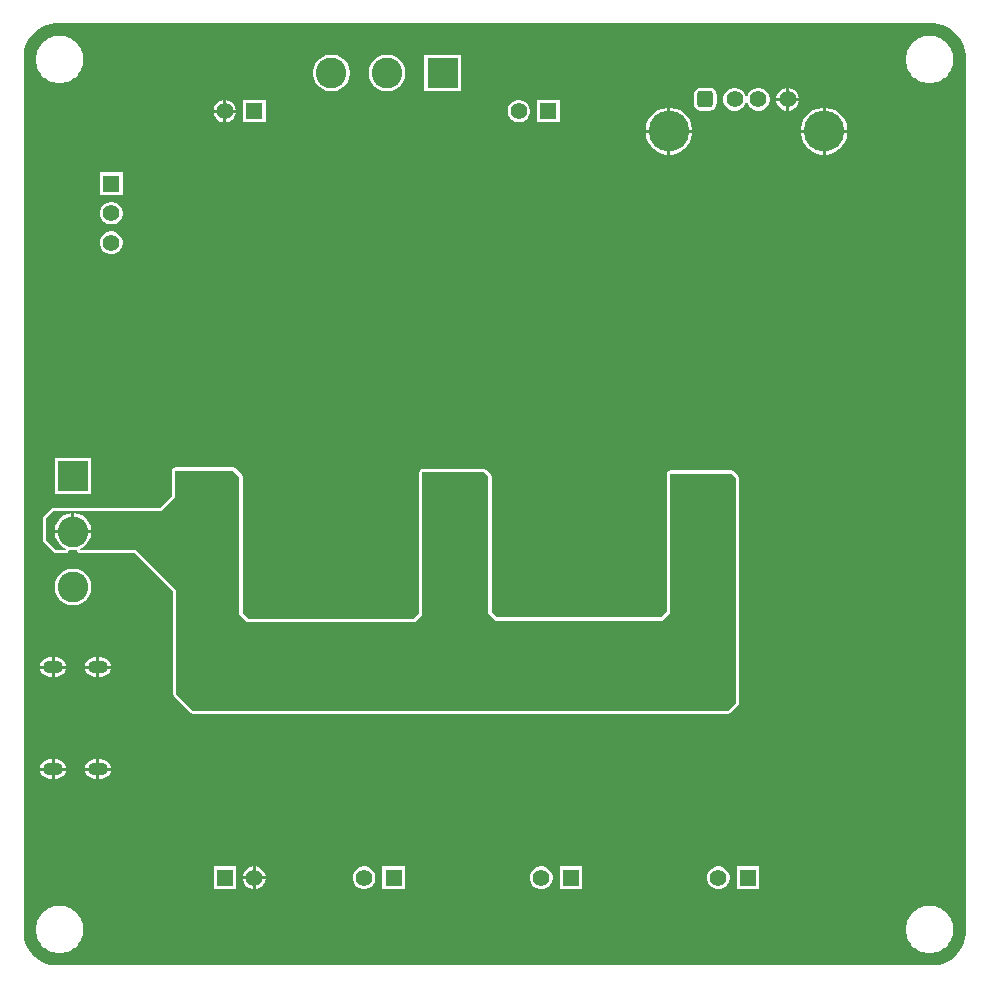
<source format=gbr>
%TF.GenerationSoftware,Altium Limited,Altium Designer,24.5.2 (23)*%
G04 Layer_Physical_Order=2*
G04 Layer_Color=16711680*
%FSLAX45Y45*%
%MOMM*%
%TF.SameCoordinates,2470441B-8579-4349-B98B-18B4F8D42BC9*%
%TF.FilePolarity,Positive*%
%TF.FileFunction,Copper,L2,Bot,Signal*%
%TF.Part,Single*%
G01*
G75*
%TA.AperFunction,ComponentPad*%
%ADD44C,1.42000*%
G04:AMPARAMS|DCode=45|XSize=1.42mm|YSize=1.42mm|CornerRadius=0.355mm|HoleSize=0mm|Usage=FLASHONLY|Rotation=0.000|XOffset=0mm|YOffset=0mm|HoleType=Round|Shape=RoundedRectangle|*
%AMROUNDEDRECTD45*
21,1,1.42000,0.71000,0,0,0.0*
21,1,0.71000,1.42000,0,0,0.0*
1,1,0.71000,0.35500,-0.35500*
1,1,0.71000,-0.35500,-0.35500*
1,1,0.71000,-0.35500,0.35500*
1,1,0.71000,0.35500,0.35500*
%
%ADD45ROUNDEDRECTD45*%
%ADD46C,3.45000*%
%ADD47C,1.40000*%
%ADD48R,1.40000X1.40000*%
%ADD49C,2.59500*%
%ADD50R,2.59500X2.59500*%
G04:AMPARAMS|DCode=51|XSize=1.1mm|YSize=1.7mm|CornerRadius=0.55mm|HoleSize=0mm|Usage=FLASHONLY|Rotation=270.000|XOffset=0mm|YOffset=0mm|HoleType=Round|Shape=RoundedRectangle|*
%AMROUNDEDRECTD51*
21,1,1.10000,0.60000,0,0,270.0*
21,1,0.00000,1.70000,0,0,270.0*
1,1,1.10000,-0.30000,0.00000*
1,1,1.10000,-0.30000,0.00000*
1,1,1.10000,0.30000,0.00000*
1,1,1.10000,0.30000,0.00000*
%
%ADD51ROUNDEDRECTD51*%
%ADD52R,2.59500X2.59500*%
%ADD53R,1.40000X1.40000*%
%TA.AperFunction,ViaPad*%
%ADD54C,0.50800*%
G36*
X7729000Y8015154D02*
X7747756D01*
X7784945Y8010258D01*
X7821179Y8000549D01*
X7855834Y7986195D01*
X7888320Y7967439D01*
X7918080Y7944603D01*
X7944604Y7918080D01*
X7967439Y7888320D01*
X7986195Y7855834D01*
X8000550Y7821179D01*
X8010259Y7784944D01*
X8015155Y7747756D01*
X8015155Y7729000D01*
X8015154Y325000D01*
Y306243D01*
X8010258Y269055D01*
X8000549Y232821D01*
X7986195Y198165D01*
X7967439Y165680D01*
X7944603Y135920D01*
X7918080Y109396D01*
X7888320Y86561D01*
X7855834Y67805D01*
X7821179Y53450D01*
X7784946Y43742D01*
X7747754Y38845D01*
X7729000Y38845D01*
X325000Y38845D01*
X306245D01*
X269054Y43742D01*
X232821Y53450D01*
X198165Y67805D01*
X165681Y86560D01*
X135920Y109396D01*
X109397Y135919D01*
X86560Y165680D01*
X67805Y198165D01*
X53450Y232821D01*
X43742Y269054D01*
X38845Y306246D01*
X38845Y325001D01*
X38845Y7729000D01*
Y7747755D01*
X43742Y7784946D01*
X53450Y7821179D01*
X67805Y7855835D01*
X86560Y7888319D01*
X109396Y7918080D01*
X135919Y7944603D01*
X165680Y7967439D01*
X198165Y7986195D01*
X232821Y8000550D01*
X269056Y8010259D01*
X306244Y8015155D01*
X325001Y8015155D01*
X7729000Y8015154D01*
D02*
G37*
%LPC*%
G36*
X7726005Y7911347D02*
X7693995D01*
X7690242Y7910600D01*
X7686416D01*
X7655022Y7904355D01*
X7651487Y7902891D01*
X7647734Y7902145D01*
X7618161Y7889895D01*
X7614980Y7887769D01*
X7611446Y7886305D01*
X7584830Y7868522D01*
X7582125Y7865816D01*
X7578944Y7863691D01*
X7556309Y7841056D01*
X7554184Y7837875D01*
X7551478Y7835169D01*
X7533695Y7808554D01*
X7532231Y7805020D01*
X7530105Y7801839D01*
X7517855Y7772266D01*
X7517109Y7768513D01*
X7515644Y7764978D01*
X7509400Y7733583D01*
Y7729758D01*
X7508654Y7726005D01*
Y7693995D01*
X7509400Y7690242D01*
Y7686417D01*
X7515645Y7655022D01*
X7517108Y7651488D01*
X7517855Y7647734D01*
X7530105Y7618161D01*
X7532231Y7614980D01*
X7533695Y7611446D01*
X7551478Y7584830D01*
X7554184Y7582125D01*
X7556309Y7578944D01*
X7578944Y7556309D01*
X7582125Y7554184D01*
X7584830Y7551478D01*
X7611446Y7533695D01*
X7614980Y7532231D01*
X7618161Y7530105D01*
X7647734Y7517855D01*
X7651487Y7517109D01*
X7655022Y7515644D01*
X7686417Y7509400D01*
X7690242D01*
X7693995Y7508654D01*
X7726005D01*
X7729758Y7509400D01*
X7733583D01*
X7764978Y7515645D01*
X7768512Y7517108D01*
X7772266Y7517855D01*
X7801839Y7530105D01*
X7805020Y7532231D01*
X7808554Y7533695D01*
X7835169Y7551478D01*
X7837875Y7554184D01*
X7841056Y7556309D01*
X7863691Y7578944D01*
X7865816Y7582125D01*
X7868522Y7584830D01*
X7886305Y7611446D01*
X7887769Y7614980D01*
X7889895Y7618161D01*
X7902145Y7647734D01*
X7902891Y7651487D01*
X7904355Y7655022D01*
X7910600Y7686416D01*
Y7690242D01*
X7911347Y7693995D01*
Y7726005D01*
X7910600Y7729758D01*
Y7733583D01*
X7904355Y7764978D01*
X7902891Y7768513D01*
X7902145Y7772266D01*
X7889895Y7801839D01*
X7887769Y7805020D01*
X7886305Y7808554D01*
X7868522Y7835169D01*
X7865816Y7837875D01*
X7863691Y7841056D01*
X7841056Y7863691D01*
X7837875Y7865816D01*
X7835169Y7868522D01*
X7808554Y7886305D01*
X7805020Y7887769D01*
X7801839Y7889895D01*
X7772266Y7902145D01*
X7768513Y7902891D01*
X7764978Y7904355D01*
X7733583Y7910600D01*
X7729758D01*
X7726005Y7911347D01*
D02*
G37*
G36*
X360005D02*
X327995D01*
X324242Y7910600D01*
X320416D01*
X289022Y7904355D01*
X285487Y7902891D01*
X281734Y7902145D01*
X252161Y7889895D01*
X248980Y7887769D01*
X245446Y7886305D01*
X218830Y7868522D01*
X216125Y7865816D01*
X212944Y7863691D01*
X190309Y7841056D01*
X188184Y7837875D01*
X185478Y7835169D01*
X167695Y7808554D01*
X166231Y7805020D01*
X164105Y7801839D01*
X151855Y7772266D01*
X151109Y7768513D01*
X149644Y7764978D01*
X143400Y7733583D01*
Y7729758D01*
X142654Y7726005D01*
Y7693995D01*
X143400Y7690242D01*
Y7686417D01*
X149645Y7655022D01*
X151108Y7651488D01*
X151855Y7647734D01*
X164105Y7618161D01*
X166231Y7614980D01*
X167695Y7611446D01*
X185478Y7584830D01*
X188184Y7582125D01*
X190309Y7578944D01*
X212944Y7556309D01*
X216125Y7554184D01*
X218830Y7551478D01*
X245446Y7533695D01*
X248980Y7532231D01*
X252161Y7530105D01*
X281734Y7517855D01*
X285487Y7517109D01*
X289022Y7515644D01*
X320417Y7509400D01*
X324242D01*
X327995Y7508654D01*
X360005D01*
X363758Y7509400D01*
X367583D01*
X398978Y7515645D01*
X402512Y7517108D01*
X406266Y7517855D01*
X435839Y7530105D01*
X439020Y7532231D01*
X442554Y7533695D01*
X469169Y7551478D01*
X471875Y7554184D01*
X475056Y7556309D01*
X497691Y7578944D01*
X499816Y7582125D01*
X502522Y7584830D01*
X520305Y7611446D01*
X521769Y7614980D01*
X523895Y7618161D01*
X536145Y7647734D01*
X536891Y7651487D01*
X538355Y7655022D01*
X544600Y7686416D01*
Y7690242D01*
X545347Y7693995D01*
Y7726005D01*
X544600Y7729758D01*
Y7733583D01*
X538355Y7764978D01*
X536891Y7768513D01*
X536145Y7772266D01*
X523895Y7801839D01*
X521769Y7805020D01*
X520305Y7808554D01*
X502522Y7835169D01*
X499816Y7837875D01*
X497691Y7841056D01*
X475056Y7863691D01*
X471875Y7865816D01*
X469169Y7868522D01*
X442554Y7886305D01*
X439020Y7887769D01*
X435839Y7889895D01*
X406266Y7902145D01*
X402513Y7902891D01*
X398978Y7904355D01*
X367583Y7910600D01*
X363758D01*
X360005Y7911347D01*
D02*
G37*
G36*
X3741176Y7749750D02*
X3430876D01*
Y7439450D01*
X3741176D01*
Y7749750D01*
D02*
G37*
G36*
X3131307D02*
X3100745D01*
X3070770Y7743788D01*
X3042535Y7732092D01*
X3017123Y7715113D01*
X2995513Y7693503D01*
X2978534Y7668091D01*
X2966838Y7639856D01*
X2960876Y7609881D01*
Y7579319D01*
X2966838Y7549344D01*
X2978534Y7521109D01*
X2995513Y7495697D01*
X3017123Y7474087D01*
X3042535Y7457108D01*
X3070770Y7445412D01*
X3100745Y7439450D01*
X3131307D01*
X3161281Y7445412D01*
X3189517Y7457108D01*
X3214928Y7474087D01*
X3236539Y7495697D01*
X3253518Y7521109D01*
X3265214Y7549344D01*
X3271176Y7579319D01*
Y7609881D01*
X3265214Y7639856D01*
X3253518Y7668091D01*
X3236539Y7693503D01*
X3214928Y7715113D01*
X3189517Y7732092D01*
X3161281Y7743788D01*
X3131307Y7749750D01*
D02*
G37*
G36*
X2661307D02*
X2630745D01*
X2600770Y7743788D01*
X2572535Y7732092D01*
X2547123Y7715113D01*
X2525513Y7693503D01*
X2508534Y7668091D01*
X2496838Y7639856D01*
X2490876Y7609881D01*
Y7579319D01*
X2496838Y7549344D01*
X2508534Y7521109D01*
X2525513Y7495697D01*
X2547123Y7474087D01*
X2572535Y7457108D01*
X2600770Y7445412D01*
X2630745Y7439450D01*
X2661307D01*
X2691282Y7445412D01*
X2719517Y7457108D01*
X2744928Y7474087D01*
X2766539Y7495697D01*
X2783518Y7521109D01*
X2795214Y7549344D01*
X2801176Y7579319D01*
Y7609881D01*
X2795214Y7639856D01*
X2783518Y7668091D01*
X2766539Y7693503D01*
X2744928Y7715113D01*
X2719517Y7732092D01*
X2691282Y7743788D01*
X2661307Y7749750D01*
D02*
G37*
G36*
X6272224Y7469418D02*
X6246841D01*
X6222324Y7462848D01*
X6200342Y7450157D01*
X6182394Y7432209D01*
X6169702Y7410227D01*
X6166107Y7396808D01*
X6152958D01*
X6149363Y7410227D01*
X6136671Y7432209D01*
X6118723Y7450157D01*
X6096741Y7462848D01*
X6072224Y7469418D01*
X6046841D01*
X6022323Y7462848D01*
X6000342Y7450157D01*
X5982393Y7432209D01*
X5969702Y7410227D01*
X5963133Y7385709D01*
Y7360327D01*
X5969702Y7335809D01*
X5982393Y7313827D01*
X6000342Y7295879D01*
X6022323Y7283188D01*
X6046841Y7276618D01*
X6072224D01*
X6096741Y7283188D01*
X6118723Y7295879D01*
X6136671Y7313827D01*
X6149363Y7335809D01*
X6152958Y7349228D01*
X6166107D01*
X6169702Y7335809D01*
X6182394Y7313827D01*
X6200342Y7295879D01*
X6222324Y7283188D01*
X6246841Y7276618D01*
X6272224D01*
X6296742Y7283188D01*
X6318723Y7295879D01*
X6336672Y7313827D01*
X6349363Y7335809D01*
X6355932Y7360327D01*
Y7385709D01*
X6349363Y7410227D01*
X6336672Y7432209D01*
X6318723Y7450157D01*
X6296742Y7462848D01*
X6272224Y7469418D01*
D02*
G37*
G36*
X6522233Y7469416D02*
Y7385718D01*
X6605930D01*
X6599363Y7410227D01*
X6586672Y7432209D01*
X6568723Y7450157D01*
X6546742Y7462848D01*
X6522233Y7469416D01*
D02*
G37*
G36*
X6496833D02*
X6472324Y7462848D01*
X6450342Y7450157D01*
X6432394Y7432209D01*
X6419702Y7410227D01*
X6413135Y7385718D01*
X6496833D01*
Y7469416D01*
D02*
G37*
G36*
X1755400Y7367462D02*
Y7284800D01*
X1838062D01*
X1831599Y7308923D01*
X1819039Y7330677D01*
X1801277Y7348439D01*
X1779523Y7360998D01*
X1755400Y7367462D01*
D02*
G37*
G36*
X1730000D02*
X1705877Y7360998D01*
X1684123Y7348439D01*
X1666361Y7330677D01*
X1653802Y7308923D01*
X1647338Y7284800D01*
X1730000D01*
Y7367462D01*
D02*
G37*
G36*
X6605930Y7360318D02*
X6522233D01*
Y7276620D01*
X6546742Y7283188D01*
X6568723Y7295879D01*
X6586672Y7313827D01*
X6599363Y7335809D01*
X6605930Y7360318D01*
D02*
G37*
G36*
X6496833D02*
X6413135D01*
X6419702Y7335809D01*
X6432394Y7313827D01*
X6450342Y7295879D01*
X6472324Y7283188D01*
X6496833Y7276620D01*
Y7360318D01*
D02*
G37*
G36*
X5845032Y7470611D02*
X5774033D01*
X5750271Y7465884D01*
X5730126Y7452424D01*
X5716666Y7432280D01*
X5711940Y7408518D01*
Y7337518D01*
X5716666Y7313756D01*
X5730126Y7293612D01*
X5750271Y7280152D01*
X5774033Y7275425D01*
X5845032D01*
X5868794Y7280152D01*
X5888939Y7293612D01*
X5902399Y7313756D01*
X5907125Y7337518D01*
Y7408518D01*
X5902399Y7432280D01*
X5888939Y7452424D01*
X5868794Y7465884D01*
X5845032Y7470611D01*
D02*
G37*
G36*
X1838062Y7259400D02*
X1755400D01*
Y7176738D01*
X1779523Y7183202D01*
X1801277Y7195761D01*
X1819039Y7213523D01*
X1831599Y7235277D01*
X1838062Y7259400D01*
D02*
G37*
G36*
X1730000D02*
X1647338D01*
X1653802Y7235277D01*
X1666361Y7213523D01*
X1684123Y7195761D01*
X1705877Y7183202D01*
X1730000Y7176738D01*
Y7259400D01*
D02*
G37*
G36*
X4578500Y7367500D02*
X4387700D01*
Y7176700D01*
X4578500D01*
Y7367500D01*
D02*
G37*
G36*
X4245660D02*
X4220540D01*
X4196277Y7360998D01*
X4174523Y7348439D01*
X4156761Y7330677D01*
X4144202Y7308923D01*
X4137700Y7284660D01*
Y7259540D01*
X4144202Y7235277D01*
X4156761Y7213523D01*
X4174523Y7195761D01*
X4196277Y7183202D01*
X4220540Y7176700D01*
X4245660D01*
X4269923Y7183202D01*
X4291677Y7195761D01*
X4309439Y7213523D01*
X4321998Y7235277D01*
X4328500Y7259540D01*
Y7284660D01*
X4321998Y7308923D01*
X4309439Y7330677D01*
X4291677Y7348439D01*
X4269923Y7360998D01*
X4245660Y7367500D01*
D02*
G37*
G36*
X2088100D02*
X1897300D01*
Y7176700D01*
X2088100D01*
Y7367500D01*
D02*
G37*
G36*
X6836024Y7299918D02*
X6829232D01*
Y7114718D01*
X7014433D01*
Y7121510D01*
X7006827Y7159743D01*
X6991909Y7195759D01*
X6970251Y7228172D01*
X6942686Y7255737D01*
X6910273Y7277395D01*
X6874258Y7292313D01*
X6836024Y7299918D01*
D02*
G37*
G36*
X6803832D02*
X6797041D01*
X6758807Y7292313D01*
X6722792Y7277395D01*
X6690379Y7255737D01*
X6662813Y7228172D01*
X6641156Y7195759D01*
X6626238Y7159743D01*
X6618632Y7121510D01*
Y7114718D01*
X6803832D01*
Y7299918D01*
D02*
G37*
G36*
X5522024D02*
X5515233D01*
Y7114718D01*
X5700433D01*
Y7121510D01*
X5692827Y7159743D01*
X5677909Y7195759D01*
X5656252Y7228172D01*
X5628686Y7255737D01*
X5596273Y7277395D01*
X5560258Y7292313D01*
X5522024Y7299918D01*
D02*
G37*
G36*
X5489833D02*
X5483041D01*
X5444807Y7292313D01*
X5408792Y7277395D01*
X5376379Y7255737D01*
X5348814Y7228172D01*
X5327156Y7195759D01*
X5312238Y7159743D01*
X5304633Y7121510D01*
Y7114718D01*
X5489833D01*
Y7299918D01*
D02*
G37*
G36*
X7014433Y7089318D02*
X6829232D01*
Y6904118D01*
X6836024D01*
X6874258Y6911723D01*
X6910273Y6926641D01*
X6942686Y6948299D01*
X6970251Y6975864D01*
X6991909Y7008277D01*
X7006827Y7044293D01*
X7014433Y7082527D01*
Y7089318D01*
D02*
G37*
G36*
X6803832D02*
X6618632D01*
Y7082527D01*
X6626238Y7044293D01*
X6641156Y7008277D01*
X6662813Y6975864D01*
X6690379Y6948299D01*
X6722792Y6926641D01*
X6758807Y6911723D01*
X6797041Y6904118D01*
X6803832D01*
Y7089318D01*
D02*
G37*
G36*
X5700433D02*
X5515233D01*
Y6904118D01*
X5522024D01*
X5560258Y6911723D01*
X5596273Y6926641D01*
X5628686Y6948299D01*
X5656252Y6975864D01*
X5677909Y7008277D01*
X5692827Y7044293D01*
X5700433Y7082527D01*
Y7089318D01*
D02*
G37*
G36*
X5489833D02*
X5304633D01*
Y7082527D01*
X5312238Y7044293D01*
X5327156Y7008277D01*
X5348814Y6975864D01*
X5376379Y6948299D01*
X5408792Y6926641D01*
X5444807Y6911723D01*
X5483041Y6904118D01*
X5489833D01*
Y7089318D01*
D02*
G37*
G36*
X877300Y6753500D02*
X686500D01*
Y6562700D01*
X877300D01*
Y6753500D01*
D02*
G37*
G36*
X794459Y6503500D02*
X769340D01*
X745077Y6496998D01*
X723323Y6484439D01*
X705561Y6466677D01*
X693001Y6444923D01*
X686500Y6420659D01*
Y6395540D01*
X693001Y6371277D01*
X705561Y6349523D01*
X723323Y6331761D01*
X745077Y6319201D01*
X769340Y6312700D01*
X794459D01*
X818723Y6319201D01*
X840477Y6331761D01*
X858239Y6349523D01*
X870798Y6371277D01*
X877300Y6395540D01*
Y6420659D01*
X870798Y6444923D01*
X858239Y6466677D01*
X840477Y6484439D01*
X818723Y6496998D01*
X794459Y6503500D01*
D02*
G37*
G36*
Y6253500D02*
X769340D01*
X745077Y6246998D01*
X723323Y6234439D01*
X705561Y6216677D01*
X693001Y6194923D01*
X686500Y6170659D01*
Y6145540D01*
X693001Y6121277D01*
X705561Y6099523D01*
X723323Y6081761D01*
X745077Y6069201D01*
X769340Y6062700D01*
X794459D01*
X818723Y6069201D01*
X840477Y6081761D01*
X858239Y6099523D01*
X870798Y6121277D01*
X877300Y6145540D01*
Y6170659D01*
X870798Y6194923D01*
X858239Y6216677D01*
X840477Y6234439D01*
X818723Y6246998D01*
X794459Y6253500D01*
D02*
G37*
G36*
X612350Y4337814D02*
X302050D01*
Y4027514D01*
X612350D01*
Y4337814D01*
D02*
G37*
G36*
X472481Y3397814D02*
X441919D01*
X411944Y3391852D01*
X383709Y3380157D01*
X358297Y3363177D01*
X336687Y3341567D01*
X319708Y3316155D01*
X308012Y3287920D01*
X302050Y3257945D01*
Y3227383D01*
X308012Y3197409D01*
X319708Y3169173D01*
X336687Y3143762D01*
X358297Y3122151D01*
X383709Y3105172D01*
X411944Y3093476D01*
X441919Y3087514D01*
X472481D01*
X502456Y3093476D01*
X530691Y3105172D01*
X556103Y3122151D01*
X577713Y3143762D01*
X594692Y3169173D01*
X606388Y3197409D01*
X612350Y3227383D01*
Y3257945D01*
X606388Y3287920D01*
X594692Y3316155D01*
X577713Y3341567D01*
X556103Y3363177D01*
X530691Y3380157D01*
X502456Y3391852D01*
X472481Y3397814D01*
D02*
G37*
G36*
X698300Y2646693D02*
X681000D01*
Y2578300D01*
X777721D01*
X776630Y2586588D01*
X768529Y2606147D01*
X755642Y2622942D01*
X738847Y2635829D01*
X719288Y2643930D01*
X698300Y2646693D01*
D02*
G37*
G36*
X318300D02*
X301000D01*
Y2578300D01*
X397721D01*
X396630Y2586588D01*
X388529Y2606147D01*
X375642Y2622942D01*
X358847Y2635829D01*
X339288Y2643930D01*
X318300Y2646693D01*
D02*
G37*
G36*
X655600D02*
X638300D01*
X617311Y2643930D01*
X597753Y2635829D01*
X580958Y2622942D01*
X568071Y2606147D01*
X559970Y2586588D01*
X558878Y2578300D01*
X655600D01*
Y2646693D01*
D02*
G37*
G36*
X275600D02*
X258300D01*
X237311Y2643930D01*
X217753Y2635829D01*
X200958Y2622942D01*
X188071Y2606147D01*
X179970Y2586588D01*
X178878Y2578300D01*
X275600D01*
Y2646693D01*
D02*
G37*
G36*
X777721Y2552900D02*
X681000D01*
Y2484506D01*
X698300D01*
X719288Y2487270D01*
X738847Y2495371D01*
X755642Y2508258D01*
X768529Y2525053D01*
X776630Y2544611D01*
X777721Y2552900D01*
D02*
G37*
G36*
X655600D02*
X558878D01*
X559970Y2544611D01*
X568071Y2525053D01*
X580958Y2508258D01*
X597753Y2495371D01*
X617311Y2487270D01*
X638300Y2484506D01*
X655600D01*
Y2552900D01*
D02*
G37*
G36*
X397721D02*
X301000D01*
Y2484506D01*
X318300D01*
X339288Y2487270D01*
X358847Y2495371D01*
X375642Y2508258D01*
X388529Y2525053D01*
X396630Y2544611D01*
X397721Y2552900D01*
D02*
G37*
G36*
X275600D02*
X178878D01*
X179970Y2544611D01*
X188071Y2525053D01*
X200958Y2508258D01*
X217753Y2495371D01*
X237311Y2487270D01*
X258300Y2484506D01*
X275600D01*
Y2552900D01*
D02*
G37*
G36*
X1816100Y4254998D02*
X1320800Y4254997D01*
X1310889Y4253026D01*
X1302488Y4247412D01*
X1296874Y4239010D01*
X1294902Y4229099D01*
Y4011227D01*
X1195773Y3912098D01*
X292100D01*
X282189Y3910126D01*
X273788Y3904512D01*
X210288Y3841012D01*
X204674Y3832611D01*
X202702Y3822700D01*
Y3644900D01*
X204674Y3634989D01*
X210288Y3626588D01*
X299187Y3537688D01*
X307589Y3532074D01*
X317500Y3530102D01*
X396807D01*
X399308Y3530600D01*
X401859D01*
X404217Y3531576D01*
X406717Y3532074D01*
X408838Y3533490D01*
X411195Y3534467D01*
X412999Y3536271D01*
X415119Y3537688D01*
X416536Y3539809D01*
X418340Y3541612D01*
X419316Y3543968D01*
X420733Y3546089D01*
X421231Y3548591D01*
X422207Y3550947D01*
X424214Y3561036D01*
X441919Y3557514D01*
X472481D01*
X490186Y3561036D01*
X492193Y3550947D01*
X493169Y3548591D01*
X493667Y3546089D01*
X495083Y3543969D01*
X496060Y3541612D01*
X497864Y3539808D01*
X499280Y3537687D01*
X501401Y3536270D01*
X503205Y3534467D01*
X505561Y3533491D01*
X507682Y3532073D01*
X510184Y3531576D01*
X512541Y3530600D01*
X515091D01*
X517593Y3530102D01*
X979873Y3530102D01*
X1307602Y3202372D01*
Y2959103D01*
X1307602Y2336800D01*
X1309574Y2326889D01*
X1315188Y2318488D01*
X1454888Y2178788D01*
X1463289Y2173174D01*
X1473200Y2171202D01*
X6007100D01*
X6017011Y2173174D01*
X6025412Y2178788D01*
X6088912Y2242288D01*
X6094526Y2250689D01*
X6096498Y2260600D01*
Y4165600D01*
X6094526Y4175511D01*
X6088912Y4183912D01*
X6050812Y4222012D01*
X6042411Y4227626D01*
X6032500Y4229598D01*
X5511800Y4229597D01*
X5501889Y4227626D01*
X5493488Y4222012D01*
X5487874Y4213610D01*
X5485902Y4203700D01*
Y3033327D01*
X5437573Y2984998D01*
X4049327D01*
X4000998Y3033327D01*
Y4178300D01*
X3999026Y4188211D01*
X3993412Y4196612D01*
X3955312Y4234712D01*
X3946911Y4240326D01*
X3937000Y4242298D01*
X3416300D01*
X3406389Y4240326D01*
X3397988Y4234712D01*
X3392374Y4226311D01*
X3390402Y4216400D01*
Y3020627D01*
X3342073Y2972298D01*
X1941127D01*
X1892798Y3020627D01*
Y4178300D01*
X1890826Y4188211D01*
X1885212Y4196612D01*
X1834412Y4247412D01*
X1826011Y4253026D01*
X1816100Y4254998D01*
D02*
G37*
G36*
X698300Y1782694D02*
X681000D01*
Y1714300D01*
X777721D01*
X776630Y1722589D01*
X768529Y1742147D01*
X755642Y1758942D01*
X738847Y1771829D01*
X719288Y1779930D01*
X698300Y1782694D01*
D02*
G37*
G36*
X318300D02*
X301000D01*
Y1714300D01*
X397721D01*
X396630Y1722589D01*
X388529Y1742147D01*
X375642Y1758942D01*
X358847Y1771829D01*
X339288Y1779930D01*
X318300Y1782694D01*
D02*
G37*
G36*
X655600D02*
X638300D01*
X617311Y1779930D01*
X597753Y1771829D01*
X580958Y1758942D01*
X568071Y1742147D01*
X559970Y1722589D01*
X558878Y1714300D01*
X655600D01*
Y1782694D01*
D02*
G37*
G36*
X275600D02*
X258300D01*
X237311Y1779930D01*
X217753Y1771829D01*
X200958Y1758942D01*
X188071Y1742147D01*
X179970Y1722589D01*
X178878Y1714300D01*
X275600D01*
Y1782694D01*
D02*
G37*
G36*
X777721Y1688900D02*
X681000D01*
Y1620507D01*
X698300D01*
X719288Y1623270D01*
X738847Y1631371D01*
X755642Y1644258D01*
X768529Y1661053D01*
X776630Y1680612D01*
X777721Y1688900D01*
D02*
G37*
G36*
X655600D02*
X558878D01*
X559970Y1680612D01*
X568071Y1661053D01*
X580958Y1644258D01*
X597753Y1631371D01*
X617311Y1623270D01*
X638300Y1620507D01*
X655600D01*
Y1688900D01*
D02*
G37*
G36*
X397721D02*
X301000D01*
Y1620507D01*
X318300D01*
X339288Y1623270D01*
X358847Y1631371D01*
X375642Y1644258D01*
X388529Y1661053D01*
X396630Y1680612D01*
X397721Y1688900D01*
D02*
G37*
G36*
X275600D02*
X178878D01*
X179970Y1680612D01*
X188071Y1661053D01*
X200958Y1644258D01*
X217753Y1631371D01*
X237311Y1623270D01*
X258300Y1620507D01*
X275600D01*
Y1688900D01*
D02*
G37*
G36*
X2005400Y877262D02*
Y794600D01*
X2088062D01*
X2081599Y818723D01*
X2069039Y840477D01*
X2051277Y858239D01*
X2029523Y870798D01*
X2005400Y877262D01*
D02*
G37*
G36*
X1980000D02*
X1955877Y870798D01*
X1934123Y858239D01*
X1916361Y840477D01*
X1903802Y818723D01*
X1897338Y794600D01*
X1980000D01*
Y877262D01*
D02*
G37*
G36*
X2088062Y769200D02*
X2005400D01*
Y686538D01*
X2029523Y693001D01*
X2051277Y705561D01*
X2069039Y723323D01*
X2081599Y745077D01*
X2088062Y769200D01*
D02*
G37*
G36*
X1980000D02*
X1897338D01*
X1903802Y745077D01*
X1916361Y723323D01*
X1934123Y705561D01*
X1955877Y693001D01*
X1980000Y686538D01*
Y769200D01*
D02*
G37*
G36*
X6267899Y877300D02*
X6077099D01*
Y686500D01*
X6267899D01*
Y877300D01*
D02*
G37*
G36*
X5935059D02*
X5909940D01*
X5885676Y870798D01*
X5863922Y858239D01*
X5846160Y840477D01*
X5833601Y818723D01*
X5827099Y794459D01*
Y769340D01*
X5833601Y745077D01*
X5846160Y723323D01*
X5863922Y705561D01*
X5885676Y693001D01*
X5909940Y686500D01*
X5935059D01*
X5959322Y693001D01*
X5981076Y705561D01*
X5998838Y723323D01*
X6011398Y745077D01*
X6017899Y769340D01*
Y794459D01*
X6011398Y818723D01*
X5998838Y840477D01*
X5981076Y858239D01*
X5959322Y870798D01*
X5935059Y877300D01*
D02*
G37*
G36*
X4767899D02*
X4577099D01*
Y686500D01*
X4767899D01*
Y877300D01*
D02*
G37*
G36*
X4435059D02*
X4409940D01*
X4385676Y870798D01*
X4363922Y858239D01*
X4346160Y840477D01*
X4333601Y818723D01*
X4327099Y794459D01*
Y769340D01*
X4333601Y745077D01*
X4346160Y723323D01*
X4363922Y705561D01*
X4385676Y693001D01*
X4409940Y686500D01*
X4435059D01*
X4459322Y693001D01*
X4481076Y705561D01*
X4498838Y723323D01*
X4511398Y745077D01*
X4517899Y769340D01*
Y794459D01*
X4511398Y818723D01*
X4498838Y840477D01*
X4481076Y858239D01*
X4459322Y870798D01*
X4435059Y877300D01*
D02*
G37*
G36*
X3267899D02*
X3077099D01*
Y686500D01*
X3267899D01*
Y877300D01*
D02*
G37*
G36*
X2935059D02*
X2909940D01*
X2885676Y870798D01*
X2863922Y858239D01*
X2846160Y840477D01*
X2833601Y818723D01*
X2827099Y794459D01*
Y769340D01*
X2833601Y745077D01*
X2846160Y723323D01*
X2863922Y705561D01*
X2885676Y693001D01*
X2909940Y686500D01*
X2935059D01*
X2959322Y693001D01*
X2981076Y705561D01*
X2998838Y723323D01*
X3011398Y745077D01*
X3017899Y769340D01*
Y794459D01*
X3011398Y818723D01*
X2998838Y840477D01*
X2981076Y858239D01*
X2959322Y870798D01*
X2935059Y877300D01*
D02*
G37*
G36*
X1838100D02*
X1647300D01*
Y686500D01*
X1838100D01*
Y877300D01*
D02*
G37*
G36*
X7726005Y545347D02*
X7693995D01*
X7690242Y544600D01*
X7686416D01*
X7655022Y538355D01*
X7651487Y536891D01*
X7647734Y536145D01*
X7618161Y523895D01*
X7614980Y521769D01*
X7611446Y520305D01*
X7584830Y502522D01*
X7582125Y499816D01*
X7578944Y497691D01*
X7556309Y475056D01*
X7554184Y471875D01*
X7551478Y469169D01*
X7533695Y442554D01*
X7532231Y439020D01*
X7530105Y435839D01*
X7517855Y406266D01*
X7517109Y402513D01*
X7515644Y398978D01*
X7509400Y367583D01*
Y363758D01*
X7508654Y360005D01*
Y327995D01*
X7509400Y324242D01*
Y320417D01*
X7515645Y289022D01*
X7517108Y285488D01*
X7517855Y281734D01*
X7530105Y252161D01*
X7532231Y248980D01*
X7533695Y245446D01*
X7551478Y218830D01*
X7554184Y216125D01*
X7556309Y212944D01*
X7578944Y190309D01*
X7582125Y188184D01*
X7584830Y185478D01*
X7611446Y167695D01*
X7614980Y166231D01*
X7618161Y164105D01*
X7647734Y151855D01*
X7651487Y151109D01*
X7655022Y149644D01*
X7686417Y143400D01*
X7690242D01*
X7693995Y142654D01*
X7726005D01*
X7729758Y143400D01*
X7733583D01*
X7764978Y149645D01*
X7768512Y151108D01*
X7772266Y151855D01*
X7801839Y164105D01*
X7805020Y166231D01*
X7808554Y167695D01*
X7835169Y185478D01*
X7837875Y188184D01*
X7841056Y190309D01*
X7863691Y212944D01*
X7865816Y216125D01*
X7868522Y218830D01*
X7886305Y245446D01*
X7887769Y248980D01*
X7889895Y252161D01*
X7902145Y281734D01*
X7902891Y285487D01*
X7904355Y289022D01*
X7910600Y320416D01*
Y324242D01*
X7911347Y327995D01*
Y360005D01*
X7910600Y363758D01*
Y367583D01*
X7904355Y398978D01*
X7902891Y402513D01*
X7902145Y406266D01*
X7889895Y435839D01*
X7887769Y439020D01*
X7886305Y442554D01*
X7868522Y469169D01*
X7865816Y471875D01*
X7863691Y475056D01*
X7841056Y497691D01*
X7837875Y499816D01*
X7835169Y502522D01*
X7808554Y520305D01*
X7805020Y521769D01*
X7801839Y523895D01*
X7772266Y536145D01*
X7768513Y536891D01*
X7764978Y538355D01*
X7733583Y544600D01*
X7729758D01*
X7726005Y545347D01*
D02*
G37*
G36*
X360005D02*
X327995D01*
X324242Y544600D01*
X320416D01*
X289022Y538355D01*
X285487Y536891D01*
X281734Y536145D01*
X252161Y523895D01*
X248980Y521769D01*
X245446Y520305D01*
X218830Y502522D01*
X216125Y499816D01*
X212944Y497691D01*
X190309Y475056D01*
X188184Y471875D01*
X185478Y469169D01*
X167695Y442554D01*
X166231Y439020D01*
X164105Y435839D01*
X151855Y406266D01*
X151109Y402513D01*
X149644Y398978D01*
X143400Y367583D01*
Y363758D01*
X142654Y360005D01*
Y327995D01*
X143400Y324242D01*
Y320417D01*
X149645Y289022D01*
X151108Y285488D01*
X151855Y281734D01*
X164105Y252161D01*
X166231Y248980D01*
X167695Y245446D01*
X185478Y218830D01*
X188184Y216125D01*
X190309Y212944D01*
X212944Y190309D01*
X216125Y188184D01*
X218830Y185478D01*
X245446Y167695D01*
X248980Y166231D01*
X252161Y164105D01*
X281734Y151855D01*
X285487Y151109D01*
X289022Y149644D01*
X320417Y143400D01*
X324242D01*
X327995Y142654D01*
X360005D01*
X363758Y143400D01*
X367583D01*
X398978Y149645D01*
X402512Y151108D01*
X406266Y151855D01*
X435839Y164105D01*
X439020Y166231D01*
X442554Y167695D01*
X469169Y185478D01*
X471875Y188184D01*
X475056Y190309D01*
X497691Y212944D01*
X499816Y216125D01*
X502522Y218830D01*
X520305Y245446D01*
X521769Y248980D01*
X523895Y252161D01*
X536145Y281734D01*
X536891Y285487D01*
X538355Y289022D01*
X544600Y320416D01*
Y324242D01*
X545347Y327995D01*
Y360005D01*
X544600Y363758D01*
Y367583D01*
X538355Y398978D01*
X536891Y402513D01*
X536145Y406266D01*
X523895Y435839D01*
X521769Y439020D01*
X520305Y442554D01*
X502522Y469169D01*
X499816Y471875D01*
X497691Y475056D01*
X475056Y497691D01*
X471875Y499816D01*
X469169Y502522D01*
X442554Y520305D01*
X439020Y521769D01*
X435839Y523895D01*
X406266Y536145D01*
X402513Y536891D01*
X398978Y538355D01*
X367583Y544600D01*
X363758D01*
X360005Y545347D01*
D02*
G37*
%LPD*%
G36*
X1866900Y4178300D02*
Y3009900D01*
X1930400Y2946400D01*
X3352800D01*
X3416300Y3009900D01*
Y4216400D01*
X3937000D01*
X3975100Y4178300D01*
Y3022600D01*
X4038600Y2959100D01*
X5448300D01*
X5511800Y3022600D01*
Y4203700D01*
X6032500Y4203700D01*
X6070600Y4165600D01*
Y2260600D01*
X6007100Y2197100D01*
X1473200D01*
X1333500Y2336800D01*
X1333499Y2959103D01*
Y3213099D01*
X990600Y3555999D01*
X517593Y3556000D01*
X515067Y3568700D01*
X530691Y3575172D01*
X556103Y3592151D01*
X577713Y3613762D01*
X594692Y3639173D01*
X606388Y3667408D01*
X612350Y3697383D01*
Y3699964D01*
X457200D01*
X302050D01*
Y3697383D01*
X308012Y3667408D01*
X319708Y3639173D01*
X336687Y3613762D01*
X358297Y3592151D01*
X383709Y3575172D01*
X399333Y3568700D01*
X396807Y3556000D01*
X317500D01*
X228600Y3644900D01*
Y3822700D01*
X292100Y3886200D01*
X1206500D01*
X1320800Y4000500D01*
Y4229099D01*
X1816100Y4229100D01*
X1866900Y4178300D01*
D02*
G37*
%LPC*%
G36*
X472481Y3867814D02*
X469900D01*
Y3725364D01*
X612350D01*
Y3727945D01*
X606388Y3757920D01*
X594692Y3786155D01*
X577713Y3811567D01*
X556103Y3833177D01*
X530691Y3850156D01*
X502456Y3861852D01*
X472481Y3867814D01*
D02*
G37*
G36*
X444500D02*
X441919D01*
X411944Y3861852D01*
X383709Y3850156D01*
X358297Y3833177D01*
X336687Y3811567D01*
X319708Y3786155D01*
X308012Y3757920D01*
X302050Y3727945D01*
Y3725364D01*
X444500D01*
Y3867814D01*
D02*
G37*
%LPD*%
D44*
X6259533Y7373018D02*
D03*
X6059532D02*
D03*
X6509533D02*
D03*
D45*
X5809532D02*
D03*
D46*
X6816532Y7102018D02*
D03*
X5502533D02*
D03*
D47*
X2922499Y781900D02*
D03*
X5922499D02*
D03*
X4422499D02*
D03*
X1992700D02*
D03*
X4233100Y7272100D02*
D03*
X1742700D02*
D03*
X781900Y6408100D02*
D03*
Y6158100D02*
D03*
D48*
X3172499Y781900D02*
D03*
X6172499D02*
D03*
X4672499D02*
D03*
X1742700D02*
D03*
X4483100Y7272100D02*
D03*
X1992700D02*
D03*
D49*
X457200Y3242664D02*
D03*
Y3712664D02*
D03*
X2646026Y7594600D02*
D03*
X3116026D02*
D03*
D50*
X457200Y4182664D02*
D03*
D51*
X668300Y2565600D02*
D03*
Y1701600D02*
D03*
X288300Y2565600D02*
D03*
Y1701600D02*
D03*
D52*
X3586026Y7594600D02*
D03*
D53*
X781900Y6658100D02*
D03*
D54*
X7561600Y7396500D02*
D03*
X7710000Y6960000D02*
D03*
X7460000Y6460000D02*
D03*
X7710000Y5960000D02*
D03*
Y4960000D02*
D03*
X7460000Y4460000D02*
D03*
X7710000Y3960000D02*
D03*
X7510800Y3460000D02*
D03*
X7710000Y2960000D02*
D03*
X7460000Y2460000D02*
D03*
X7710000Y960000D02*
D03*
X7460000Y460000D02*
D03*
X6960000Y7460000D02*
D03*
X7210000Y6960000D02*
D03*
X6960000Y6460000D02*
D03*
Y4409200D02*
D03*
X7210000Y2960000D02*
D03*
X6960000Y2460000D02*
D03*
Y1460000D02*
D03*
X7210000Y960000D02*
D03*
X6960000Y460000D02*
D03*
X6460000Y6460000D02*
D03*
Y5510800D02*
D03*
X6671900Y2883800D02*
D03*
X6421900Y2460000D02*
D03*
X6710000Y1960000D02*
D03*
X6837000Y960000D02*
D03*
X6210000Y6960000D02*
D03*
X5960000Y6460000D02*
D03*
Y5460000D02*
D03*
X6210000Y2960000D02*
D03*
X6362400Y2023500D02*
D03*
X5960000Y460000D02*
D03*
X5773500Y6960000D02*
D03*
X5460000Y6460000D02*
D03*
Y5460000D02*
D03*
X5595700Y5099700D02*
D03*
X5460000Y4460000D02*
D03*
X5421900Y3460000D02*
D03*
X5396500Y1460000D02*
D03*
X5210000Y6960000D02*
D03*
X4960000Y6460000D02*
D03*
X5210000Y1960000D02*
D03*
X5286200Y960000D02*
D03*
X4633800Y6960000D02*
D03*
X4460000Y6460000D02*
D03*
Y5460000D02*
D03*
X4710000Y2036200D02*
D03*
X4460000Y460000D02*
D03*
X4210000Y6960000D02*
D03*
X3960000Y6460000D02*
D03*
Y5460000D02*
D03*
X3883800Y1460000D02*
D03*
X3710000Y6960000D02*
D03*
X3460000Y6460000D02*
D03*
Y5460000D02*
D03*
X3494100Y4985400D02*
D03*
X3760800Y1960000D02*
D03*
X3798900Y960000D02*
D03*
X3210000Y4960000D02*
D03*
X2934600Y4434600D02*
D03*
X3210000Y2036200D02*
D03*
X2960000Y460000D02*
D03*
X2710000Y1960000D02*
D03*
X2460000Y1460000D02*
D03*
X1985400Y7536200D02*
D03*
X2146500Y6960000D02*
D03*
X1960000Y5460000D02*
D03*
X1985400Y3523500D02*
D03*
X2210000Y1960000D02*
D03*
X1960000Y1460000D02*
D03*
X2375100Y960000D02*
D03*
X1960000Y460000D02*
D03*
X1710000Y6960000D02*
D03*
X1460000Y6460000D02*
D03*
X1710000Y5163200D02*
D03*
Y1960000D02*
D03*
X1460000Y1460000D02*
D03*
X1710000Y960000D02*
D03*
X1460000Y460000D02*
D03*
X960000Y7510800D02*
D03*
Y6460000D02*
D03*
X1248100Y5960000D02*
D03*
Y3087000D02*
D03*
X1273500Y1960000D02*
D03*
X960000Y460000D02*
D03*
X460000Y7460000D02*
D03*
X710000Y5960000D02*
D03*
Y960000D02*
D03*
X6172200Y3995100D02*
D03*
X6299200D02*
D03*
Y3766500D02*
D03*
X6172200D02*
D03*
Y3873500D02*
D03*
X6299200D02*
D03*
X4076700Y3995100D02*
D03*
X4203700Y3873500D02*
D03*
X4076700Y3766500D02*
D03*
X4203700D02*
D03*
Y3995100D02*
D03*
X4076700Y3873500D02*
D03*
X2108200Y3886200D02*
D03*
X1981200D02*
D03*
Y3779200D02*
D03*
X2108200D02*
D03*
X7353300Y1701800D02*
D03*
X381000Y6807200D02*
D03*
X330200Y952500D02*
D03*
X266700Y1968500D02*
D03*
Y2336800D02*
D03*
X330200Y5270500D02*
D03*
X368300Y5778500D02*
D03*
X381000Y6299200D02*
D03*
X5765800Y1231900D02*
D03*
X5638800D02*
D03*
X4292600D02*
D03*
X4140200D02*
D03*
X5778500Y4140200D02*
D03*
X5613400D02*
D03*
X3683000D02*
D03*
X3517900D02*
D03*
X1422400D02*
D03*
X1587500D02*
D03*
X2108200Y4007800D02*
D03*
X1981200D02*
D03*
%TF.MD5,1d62829af4d5e71090a7a3673a6492c2*%
M02*

</source>
